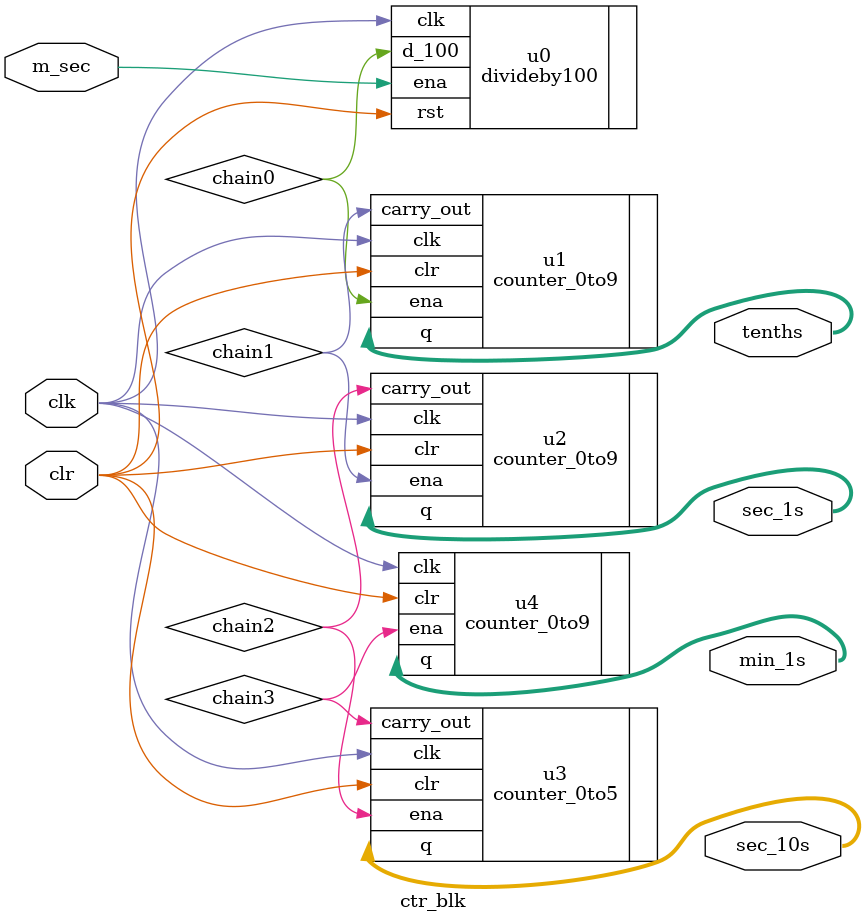
<source format=v>
`timescale 1ns / 1ps
module ctr_blk(
    input m_sec,
    input clr,
    input clk,
    output [3:0] tenths,
    output [3:0] sec_1s,
    output [3:0] sec_10s,
    output [3:0] min_1s
    );
	 
//Wires!
wire chain0, chain1, chain2, chain3;

//Instantiations

divideby100 u0 (.ena(m_sec), .rst(clr), .clk(clk), .d_100(chain0));

counter_0to9 u1 (.ena(chain0), .clr(clr), .clk(clk), .carry_out(chain1), .q(tenths));
counter_0to9 u2 (.ena(chain1), .clr(clr), .clk(clk), .carry_out(chain2), .q(sec_1s));
counter_0to5 u3 (.ena(chain2), .clr(clr), .clk(clk), .carry_out(chain3), .q(sec_10s));
counter_0to9 u4 (.ena(chain3), .clr(clr), .clk(clk), .q(min_1s));




endmodule

</source>
